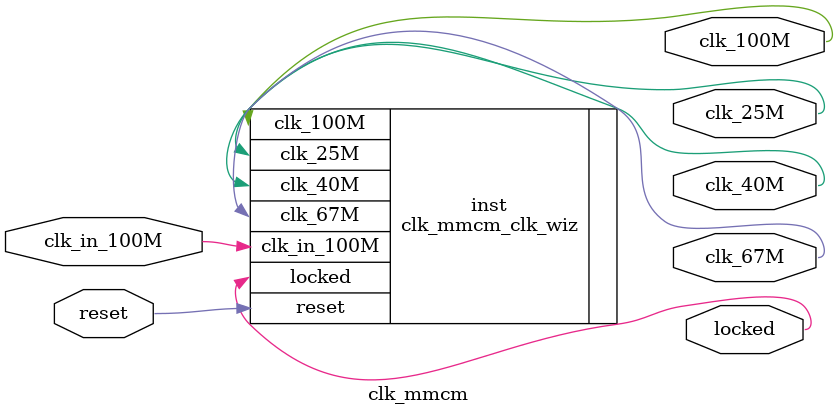
<source format=v>


`timescale 1ps/1ps

(* CORE_GENERATION_INFO = "clk_mmcm,clk_wiz_v6_0_10_0_0,{component_name=clk_mmcm,use_phase_alignment=true,use_min_o_jitter=false,use_max_i_jitter=false,use_dyn_phase_shift=false,use_inclk_switchover=false,use_dyn_reconfig=false,enable_axi=0,feedback_source=FDBK_AUTO,PRIMITIVE=MMCM,num_out_clk=4,clkin1_period=10.000,clkin2_period=10.000,use_power_down=false,use_reset=true,use_locked=true,use_inclk_stopped=false,feedback_type=SINGLE,CLOCK_MGR_TYPE=NA,manual_override=false}" *)

module clk_mmcm 
 (
  // Clock out ports
  output        clk_100M,
  output        clk_25M,
  output        clk_40M,
  output        clk_67M,
  // Status and control signals
  input         reset,
  output        locked,
 // Clock in ports
  input         clk_in_100M
 );

  clk_mmcm_clk_wiz inst
  (
  // Clock out ports  
  .clk_100M(clk_100M),
  .clk_25M(clk_25M),
  .clk_40M(clk_40M),
  .clk_67M(clk_67M),
  // Status and control signals               
  .reset(reset), 
  .locked(locked),
 // Clock in ports
  .clk_in_100M(clk_in_100M)
  );

endmodule

</source>
